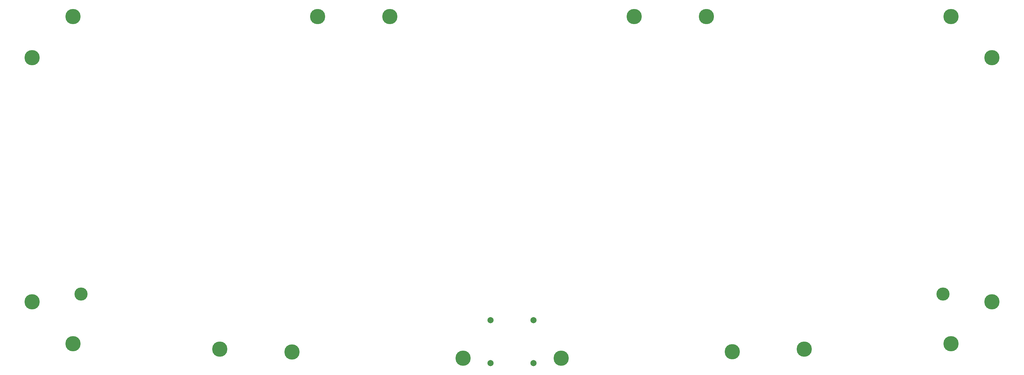
<source format=gbs>
%TF.GenerationSoftware,KiCad,Pcbnew,(6.0.11-0)*%
%TF.CreationDate,2023-07-18T22:13:56+01:00*%
%TF.ProjectId,ltbs-base,6c746273-2d62-4617-9365-2e6b69636164,0.3*%
%TF.SameCoordinates,Original*%
%TF.FileFunction,Soldermask,Bot*%
%TF.FilePolarity,Negative*%
%FSLAX46Y46*%
G04 Gerber Fmt 4.6, Leading zero omitted, Abs format (unit mm)*
G04 Created by KiCad (PCBNEW (6.0.11-0)) date 2023-07-18 22:13:56*
%MOMM*%
%LPD*%
G01*
G04 APERTURE LIST*
%ADD10C,5.000000*%
%ADD11C,4.300000*%
%ADD12C,2.000000*%
G04 APERTURE END LIST*
D10*
%TO.C,REF\u002A\u002A*%
X142400000Y-26000000D03*
%TD*%
%TO.C,REF\u002A\u002A*%
X86807925Y-134867604D03*
%TD*%
%TO.C,REF\u002A\u002A*%
X326000000Y-26000000D03*
%TD*%
%TO.C,REF\u002A\u002A*%
X222400000Y-26000000D03*
%TD*%
%TO.C,REF\u002A\u002A*%
X325959838Y-133108706D03*
%TD*%
%TO.C,REF\u002A\u002A*%
X38800000Y-26000000D03*
%TD*%
D11*
%TO.C,REF\u002A\u002A*%
X41400000Y-116800000D03*
%TD*%
D10*
%TO.C,REF\u002A\u002A*%
X110400000Y-135800000D03*
%TD*%
%TO.C,REF\u002A\u002A*%
X38840162Y-133108706D03*
%TD*%
%TO.C,REF\u002A\u002A*%
X118800000Y-26000000D03*
%TD*%
%TO.C,REF\u002A\u002A*%
X339400000Y-119400000D03*
%TD*%
D12*
%TO.C,REF\u002A\u002A*%
X175400000Y-139400000D03*
%TD*%
D10*
%TO.C,REF\u002A\u002A*%
X246000000Y-26000000D03*
%TD*%
D12*
%TO.C,REF\u002A\u002A*%
X189400000Y-139400000D03*
%TD*%
D10*
%TO.C,REF\u002A\u002A*%
X25400000Y-119400000D03*
%TD*%
%TO.C,REF\u002A\u002A*%
X339400000Y-39400000D03*
%TD*%
D12*
%TO.C,REF\u002A\u002A*%
X189400000Y-125400000D03*
%TD*%
D10*
%TO.C,REF\u002A\u002A*%
X254407925Y-135732396D03*
%TD*%
D12*
%TO.C,REF\u002A\u002A*%
X175400000Y-125400000D03*
%TD*%
D10*
%TO.C,REF\u002A\u002A*%
X277992075Y-134867604D03*
%TD*%
D11*
%TO.C,REF\u002A\u002A*%
X323400000Y-116800000D03*
%TD*%
D10*
%TO.C,REF\u002A\u002A*%
X198445535Y-137784443D03*
%TD*%
%TO.C,REF\u002A\u002A*%
X25400000Y-39400000D03*
%TD*%
%TO.C,REF\u002A\u002A*%
X166354465Y-137784443D03*
%TD*%
M02*

</source>
